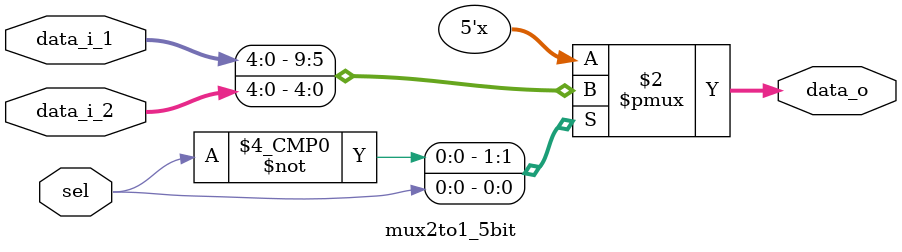
<source format=v>
`timescale 1ns / 1ps

module mux2to1_5bit(
    input wire sel,
    input wire [4:0]data_i_1,
    input wire [4:0]data_i_2,
    output reg [4:0]data_o
    );

    always@ (*)
    begin
        case(sel)
            1'b0: data_o = data_i_1;
            1'b1: data_o = data_i_2;
            default: data_o = 5'b00000;
        endcase
    end



endmodule

</source>
